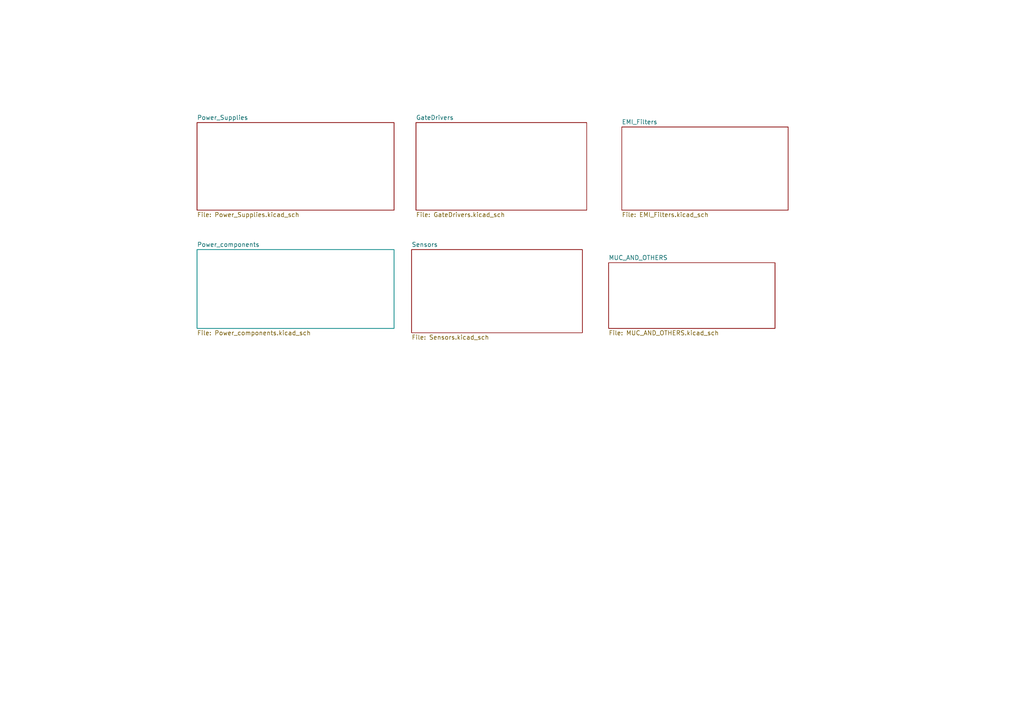
<source format=kicad_sch>
(kicad_sch
	(version 20250114)
	(generator "eeschema")
	(generator_version "9.0")
	(uuid "856dbdf2-f84a-4a26-871a-e6caa4757467")
	(paper "A4")
	(lib_symbols)
	(sheet
		(at 57.15 72.39)
		(size 57.15 22.86)
		(exclude_from_sim no)
		(in_bom yes)
		(on_board yes)
		(dnp no)
		(fields_autoplaced yes)
		(stroke
			(width 0.1524)
			(type solid)
			(color 0 132 132 1)
		)
		(fill
			(color 0 0 0 0.0000)
		)
		(uuid "4045dcdc-afd8-4c82-9d0f-0c3beb469e2c")
		(property "Sheetname" "Power_components"
			(at 57.15 71.6784 0)
			(effects
				(font
					(size 1.27 1.27)
				)
				(justify left bottom)
			)
		)
		(property "Sheetfile" "Power_components.kicad_sch"
			(at 57.15 95.8346 0)
			(effects
				(font
					(size 1.27 1.27)
				)
				(justify left top)
			)
		)
		(instances
			(project "LLC_DCDC_V0"
				(path "/856dbdf2-f84a-4a26-871a-e6caa4757467"
					(page "2")
				)
			)
		)
	)
	(sheet
		(at 180.34 36.83)
		(size 48.26 24.13)
		(exclude_from_sim no)
		(in_bom yes)
		(on_board yes)
		(dnp no)
		(fields_autoplaced yes)
		(stroke
			(width 0.1524)
			(type solid)
		)
		(fill
			(color 0 0 0 0.0000)
		)
		(uuid "4a84b0e5-7cb6-400e-a534-de34c0fb280a")
		(property "Sheetname" "EMI_Filters"
			(at 180.34 36.1184 0)
			(effects
				(font
					(size 1.27 1.27)
				)
				(justify left bottom)
			)
		)
		(property "Sheetfile" "EMI_Filters.kicad_sch"
			(at 180.34 61.5446 0)
			(effects
				(font
					(size 1.27 1.27)
				)
				(justify left top)
			)
		)
		(instances
			(project "LLC_DCDC_V0"
				(path "/856dbdf2-f84a-4a26-871a-e6caa4757467"
					(page "6")
				)
			)
		)
	)
	(sheet
		(at 176.53 76.2)
		(size 48.26 19.05)
		(exclude_from_sim no)
		(in_bom yes)
		(on_board yes)
		(dnp no)
		(fields_autoplaced yes)
		(stroke
			(width 0.1524)
			(type solid)
		)
		(fill
			(color 0 0 0 0.0000)
		)
		(uuid "58fb44fa-2139-4f1c-a58a-5012b7343e05")
		(property "Sheetname" "MUC_AND_OTHERS"
			(at 176.53 75.4884 0)
			(effects
				(font
					(size 1.27 1.27)
				)
				(justify left bottom)
			)
		)
		(property "Sheetfile" "MUC_AND_OTHERS.kicad_sch"
			(at 176.53 95.8346 0)
			(effects
				(font
					(size 1.27 1.27)
				)
				(justify left top)
			)
		)
		(instances
			(project "LLC_DCDC_V0"
				(path "/856dbdf2-f84a-4a26-871a-e6caa4757467"
					(page "7")
				)
			)
		)
	)
	(sheet
		(at 120.65 35.56)
		(size 49.53 25.4)
		(exclude_from_sim no)
		(in_bom yes)
		(on_board yes)
		(dnp no)
		(fields_autoplaced yes)
		(stroke
			(width 0.1524)
			(type solid)
		)
		(fill
			(color 0 0 0 0.0000)
		)
		(uuid "bab1fb25-cb37-4b11-a21a-e20e593b1f15")
		(property "Sheetname" "GateDrivers"
			(at 120.65 34.8484 0)
			(effects
				(font
					(size 1.27 1.27)
				)
				(justify left bottom)
			)
		)
		(property "Sheetfile" "GateDrivers.kicad_sch"
			(at 120.65 61.5446 0)
			(effects
				(font
					(size 1.27 1.27)
				)
				(justify left top)
			)
		)
		(instances
			(project "LLC_DCDC_V0"
				(path "/856dbdf2-f84a-4a26-871a-e6caa4757467"
					(page "3")
				)
			)
		)
	)
	(sheet
		(at 119.38 72.39)
		(size 49.53 24.13)
		(exclude_from_sim no)
		(in_bom yes)
		(on_board yes)
		(dnp no)
		(fields_autoplaced yes)
		(stroke
			(width 0.1524)
			(type solid)
		)
		(fill
			(color 0 0 0 0.0000)
		)
		(uuid "e0624156-4fa2-4e57-84b3-684ced375455")
		(property "Sheetname" "Sensors"
			(at 119.38 71.6784 0)
			(effects
				(font
					(size 1.27 1.27)
				)
				(justify left bottom)
			)
		)
		(property "Sheetfile" "Sensors.kicad_sch"
			(at 119.38 97.1046 0)
			(effects
				(font
					(size 1.27 1.27)
				)
				(justify left top)
			)
		)
		(instances
			(project "LLC_DCDC_V0"
				(path "/856dbdf2-f84a-4a26-871a-e6caa4757467"
					(page "5")
				)
			)
		)
	)
	(sheet
		(at 57.15 35.56)
		(size 57.15 25.4)
		(exclude_from_sim no)
		(in_bom yes)
		(on_board yes)
		(dnp no)
		(fields_autoplaced yes)
		(stroke
			(width 0.1524)
			(type solid)
		)
		(fill
			(color 0 0 0 0.0000)
		)
		(uuid "e6ae4412-3899-497a-ad4e-ef9e3f773d29")
		(property "Sheetname" "Power_Supplies"
			(at 57.15 34.8484 0)
			(effects
				(font
					(size 1.27 1.27)
				)
				(justify left bottom)
			)
		)
		(property "Sheetfile" "Power_Supplies.kicad_sch"
			(at 57.15 61.5446 0)
			(effects
				(font
					(size 1.27 1.27)
				)
				(justify left top)
			)
		)
		(instances
			(project "LLC_DCDC_V0"
				(path "/856dbdf2-f84a-4a26-871a-e6caa4757467"
					(page "4")
				)
			)
		)
	)
	(sheet_instances
		(path "/"
			(page "1")
		)
	)
	(embedded_fonts no)
)

</source>
